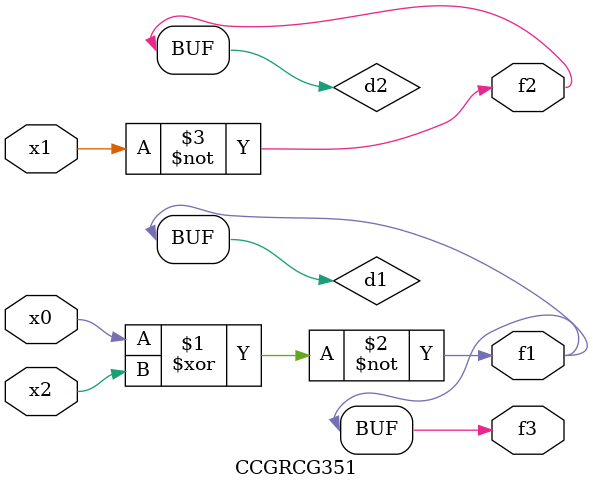
<source format=v>
module CCGRCG351(
	input x0, x1, x2,
	output f1, f2, f3
);

	wire d1, d2, d3;

	xnor (d1, x0, x2);
	nand (d2, x1);
	nor (d3, x1, x2);
	assign f1 = d1;
	assign f2 = d2;
	assign f3 = d1;
endmodule

</source>
